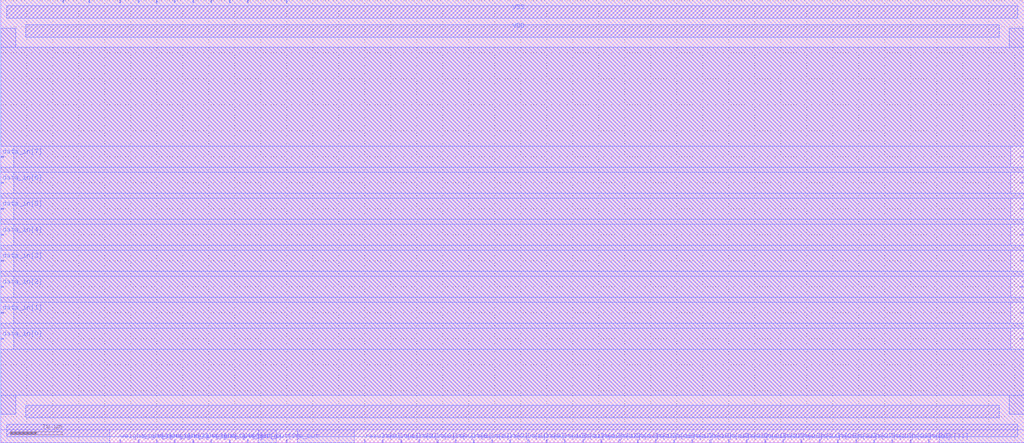
<source format=lef>
##
## LEF for PtnCells ;
## created by Innovus v19.10-p002_1 on Sat Apr  9 14:54:28 2022
##

VERSION 5.7 ;

BUSBITCHARS "[]" ;
DIVIDERCHAR "/" ;

MACRO PE
  CLASS BLOCK ;
  SIZE 196.800000 BY 85.200000 ;
  FOREIGN PE 0.000000 0.000000 ;
  ORIGIN 0 0 ;
  SYMMETRY X Y R90 ;
  PIN clk
    DIRECTION INPUT ;
    USE SIGNAL ;
    PORT
      LAYER M3 ;
        RECT 11.900000 84.600000 12.100000 85.200000 ;
    END
  END clk
  PIN rst_n
    DIRECTION INPUT ;
    USE SIGNAL ;
    PORT
      LAYER M3 ;
        RECT 16.900000 84.600000 17.100000 85.200000 ;
    END
  END rst_n
  PIN fire_in
    DIRECTION INPUT ;
    USE SIGNAL ;
    PORT
      LAYER M3 ;
        RECT 54.900000 84.600000 55.100000 85.200000 ;
    END
  END fire_in
  PIN weight_in[7]
    DIRECTION INPUT ;
    USE SIGNAL ;
    PORT
      LAYER M3 ;
        RECT 47.400000 84.600000 47.600000 85.200000 ;
    END
  END weight_in[7]
  PIN weight_in[6]
    DIRECTION INPUT ;
    USE SIGNAL ;
    PORT
      LAYER M3 ;
        RECT 43.900000 84.600000 44.100000 85.200000 ;
    END
  END weight_in[6]
  PIN weight_in[5]
    DIRECTION INPUT ;
    USE SIGNAL ;
    PORT
      LAYER M3 ;
        RECT 40.400000 84.600000 40.600000 85.200000 ;
    END
  END weight_in[5]
  PIN weight_in[4]
    DIRECTION INPUT ;
    USE SIGNAL ;
    PORT
      LAYER M3 ;
        RECT 36.900000 84.600000 37.100000 85.200000 ;
    END
  END weight_in[4]
  PIN weight_in[3]
    DIRECTION INPUT ;
    USE SIGNAL ;
    PORT
      LAYER M3 ;
        RECT 33.400000 84.600000 33.600000 85.200000 ;
    END
  END weight_in[3]
  PIN weight_in[2]
    DIRECTION INPUT ;
    USE SIGNAL ;
    PORT
      LAYER M3 ;
        RECT 29.900000 84.600000 30.100000 85.200000 ;
    END
  END weight_in[2]
  PIN weight_in[1]
    DIRECTION INPUT ;
    USE SIGNAL ;
    PORT
      LAYER M3 ;
        RECT 26.400000 84.600000 26.600000 85.200000 ;
    END
  END weight_in[1]
  PIN weight_in[0]
    DIRECTION INPUT ;
    USE SIGNAL ;
    PORT
      LAYER M3 ;
        RECT 22.900000 84.600000 23.100000 85.200000 ;
    END
  END weight_in[0]
  PIN data_in[7]
    DIRECTION INPUT ;
    USE SIGNAL ;
    PORT
      LAYER M3 ;
        RECT 0.000000 54.900000 0.600000 55.100000 ;
    END
  END data_in[7]
  PIN data_in[6]
    DIRECTION INPUT ;
    USE SIGNAL ;
    PORT
      LAYER M3 ;
        RECT 0.000000 49.900000 0.600000 50.100000 ;
    END
  END data_in[6]
  PIN data_in[5]
    DIRECTION INPUT ;
    USE SIGNAL ;
    PORT
      LAYER M3 ;
        RECT 0.000000 44.900000 0.600000 45.100000 ;
    END
  END data_in[5]
  PIN data_in[4]
    DIRECTION INPUT ;
    USE SIGNAL ;
    PORT
      LAYER M3 ;
        RECT 0.000000 39.900000 0.600000 40.100000 ;
    END
  END data_in[4]
  PIN data_in[3]
    DIRECTION INPUT ;
    USE SIGNAL ;
    PORT
      LAYER M3 ;
        RECT 0.000000 34.900000 0.600000 35.100000 ;
    END
  END data_in[3]
  PIN data_in[2]
    DIRECTION INPUT ;
    USE SIGNAL ;
    PORT
      LAYER M3 ;
        RECT 0.000000 29.900000 0.600000 30.100000 ;
    END
  END data_in[2]
  PIN data_in[1]
    DIRECTION INPUT ;
    USE SIGNAL ;
    PORT
      LAYER M3 ;
        RECT 0.000000 24.900000 0.600000 25.100000 ;
    END
  END data_in[1]
  PIN data_in[0]
    DIRECTION INPUT ;
    USE SIGNAL ;
    PORT
      LAYER M3 ;
        RECT 0.000000 19.900000 0.600000 20.100000 ;
    END
  END data_in[0]
  PIN fire_out
    DIRECTION OUTPUT ;
    USE SIGNAL ;
    PORT
      LAYER M2 ;
        RECT 54.900000 0.000000 55.100000 0.600000 ;
    END
  END fire_out
  PIN weight_out[7]
    DIRECTION OUTPUT ;
    USE SIGNAL ;
    PORT
      LAYER M2 ;
        RECT 47.400000 0.000000 47.600000 0.600000 ;
    END
  END weight_out[7]
  PIN weight_out[6]
    DIRECTION OUTPUT ;
    USE SIGNAL ;
    PORT
      LAYER M2 ;
        RECT 43.900000 0.000000 44.100000 0.600000 ;
    END
  END weight_out[6]
  PIN weight_out[5]
    DIRECTION OUTPUT ;
    USE SIGNAL ;
    PORT
      LAYER M2 ;
        RECT 40.400000 0.000000 40.600000 0.600000 ;
    END
  END weight_out[5]
  PIN weight_out[4]
    DIRECTION OUTPUT ;
    USE SIGNAL ;
    PORT
      LAYER M2 ;
        RECT 36.900000 0.000000 37.100000 0.600000 ;
    END
  END weight_out[4]
  PIN weight_out[3]
    DIRECTION OUTPUT ;
    USE SIGNAL ;
    PORT
      LAYER M2 ;
        RECT 33.400000 0.000000 33.600000 0.600000 ;
    END
  END weight_out[3]
  PIN weight_out[2]
    DIRECTION OUTPUT ;
    USE SIGNAL ;
    PORT
      LAYER M2 ;
        RECT 29.900000 0.000000 30.100000 0.600000 ;
    END
  END weight_out[2]
  PIN weight_out[1]
    DIRECTION OUTPUT ;
    USE SIGNAL ;
    PORT
      LAYER M2 ;
        RECT 26.400000 0.000000 26.600000 0.600000 ;
    END
  END weight_out[1]
  PIN weight_out[0]
    DIRECTION OUTPUT ;
    USE SIGNAL ;
    PORT
      LAYER M2 ;
        RECT 22.900000 0.000000 23.100000 0.600000 ;
    END
  END weight_out[0]
  PIN data_out[7]
    DIRECTION OUTPUT ;
    USE SIGNAL ;
    PORT
      LAYER M2 ;
        RECT 196.200000 54.900000 196.800000 55.100000 ;
    END
  END data_out[7]
  PIN data_out[6]
    DIRECTION OUTPUT ;
    USE SIGNAL ;
    PORT
      LAYER M2 ;
        RECT 196.200000 49.900000 196.800000 50.100000 ;
    END
  END data_out[6]
  PIN data_out[5]
    DIRECTION OUTPUT ;
    USE SIGNAL ;
    PORT
      LAYER M2 ;
        RECT 196.200000 44.900000 196.800000 45.100000 ;
    END
  END data_out[5]
  PIN data_out[4]
    DIRECTION OUTPUT ;
    USE SIGNAL ;
    PORT
      LAYER M2 ;
        RECT 196.200000 39.900000 196.800000 40.100000 ;
    END
  END data_out[4]
  PIN data_out[3]
    DIRECTION OUTPUT ;
    USE SIGNAL ;
    PORT
      LAYER M2 ;
        RECT 196.200000 34.900000 196.800000 35.100000 ;
    END
  END data_out[3]
  PIN data_out[2]
    DIRECTION OUTPUT ;
    USE SIGNAL ;
    PORT
      LAYER M2 ;
        RECT 196.200000 29.900000 196.800000 30.100000 ;
    END
  END data_out[2]
  PIN data_out[1]
    DIRECTION OUTPUT ;
    USE SIGNAL ;
    PORT
      LAYER M2 ;
        RECT 196.200000 24.900000 196.800000 25.100000 ;
    END
  END data_out[1]
  PIN data_out[0]
    DIRECTION OUTPUT ;
    USE SIGNAL ;
    PORT
      LAYER M2 ;
        RECT 196.200000 19.900000 196.800000 20.100000 ;
    END
  END data_out[0]
  PIN result[31]
    DIRECTION OUTPUT ;
    USE SIGNAL ;
    PORT
      LAYER M2 ;
        RECT 178.400000 0.000000 178.600000 0.600000 ;
    END
  END result[31]
  PIN result[30]
    DIRECTION OUTPUT ;
    USE SIGNAL ;
    PORT
      LAYER M2 ;
        RECT 174.900000 0.000000 175.100000 0.600000 ;
    END
  END result[30]
  PIN result[29]
    DIRECTION OUTPUT ;
    USE SIGNAL ;
    PORT
      LAYER M2 ;
        RECT 171.400000 0.000000 171.600000 0.600000 ;
    END
  END result[29]
  PIN result[28]
    DIRECTION OUTPUT ;
    USE SIGNAL ;
    PORT
      LAYER M2 ;
        RECT 167.900000 0.000000 168.100000 0.600000 ;
    END
  END result[28]
  PIN result[27]
    DIRECTION OUTPUT ;
    USE SIGNAL ;
    PORT
      LAYER M2 ;
        RECT 164.400000 0.000000 164.600000 0.600000 ;
    END
  END result[27]
  PIN result[26]
    DIRECTION OUTPUT ;
    USE SIGNAL ;
    PORT
      LAYER M2 ;
        RECT 160.900000 0.000000 161.100000 0.600000 ;
    END
  END result[26]
  PIN result[25]
    DIRECTION OUTPUT ;
    USE SIGNAL ;
    PORT
      LAYER M2 ;
        RECT 157.400000 0.000000 157.600000 0.600000 ;
    END
  END result[25]
  PIN result[24]
    DIRECTION OUTPUT ;
    USE SIGNAL ;
    PORT
      LAYER M2 ;
        RECT 153.900000 0.000000 154.100000 0.600000 ;
    END
  END result[24]
  PIN result[23]
    DIRECTION OUTPUT ;
    USE SIGNAL ;
    PORT
      LAYER M2 ;
        RECT 150.400000 0.000000 150.600000 0.600000 ;
    END
  END result[23]
  PIN result[22]
    DIRECTION OUTPUT ;
    USE SIGNAL ;
    PORT
      LAYER M2 ;
        RECT 146.900000 0.000000 147.100000 0.600000 ;
    END
  END result[22]
  PIN result[21]
    DIRECTION OUTPUT ;
    USE SIGNAL ;
    PORT
      LAYER M2 ;
        RECT 143.400000 0.000000 143.600000 0.600000 ;
    END
  END result[21]
  PIN result[20]
    DIRECTION OUTPUT ;
    USE SIGNAL ;
    PORT
      LAYER M2 ;
        RECT 139.900000 0.000000 140.100000 0.600000 ;
    END
  END result[20]
  PIN result[19]
    DIRECTION OUTPUT ;
    USE SIGNAL ;
    PORT
      LAYER M2 ;
        RECT 136.400000 0.000000 136.600000 0.600000 ;
    END
  END result[19]
  PIN result[18]
    DIRECTION OUTPUT ;
    USE SIGNAL ;
    PORT
      LAYER M2 ;
        RECT 132.900000 0.000000 133.100000 0.600000 ;
    END
  END result[18]
  PIN result[17]
    DIRECTION OUTPUT ;
    USE SIGNAL ;
    PORT
      LAYER M2 ;
        RECT 129.400000 0.000000 129.600000 0.600000 ;
    END
  END result[17]
  PIN result[16]
    DIRECTION OUTPUT ;
    USE SIGNAL ;
    PORT
      LAYER M2 ;
        RECT 125.900000 0.000000 126.100000 0.600000 ;
    END
  END result[16]
  PIN result[15]
    DIRECTION OUTPUT ;
    USE SIGNAL ;
    PORT
      LAYER M2 ;
        RECT 122.400000 0.000000 122.600000 0.600000 ;
    END
  END result[15]
  PIN result[14]
    DIRECTION OUTPUT ;
    USE SIGNAL ;
    PORT
      LAYER M2 ;
        RECT 118.900000 0.000000 119.100000 0.600000 ;
    END
  END result[14]
  PIN result[13]
    DIRECTION OUTPUT ;
    USE SIGNAL ;
    PORT
      LAYER M2 ;
        RECT 115.400000 0.000000 115.600000 0.600000 ;
    END
  END result[13]
  PIN result[12]
    DIRECTION OUTPUT ;
    USE SIGNAL ;
    PORT
      LAYER M2 ;
        RECT 111.900000 0.000000 112.100000 0.600000 ;
    END
  END result[12]
  PIN result[11]
    DIRECTION OUTPUT ;
    USE SIGNAL ;
    PORT
      LAYER M2 ;
        RECT 108.400000 0.000000 108.600000 0.600000 ;
    END
  END result[11]
  PIN result[10]
    DIRECTION OUTPUT ;
    USE SIGNAL ;
    PORT
      LAYER M2 ;
        RECT 104.900000 0.000000 105.100000 0.600000 ;
    END
  END result[10]
  PIN result[9]
    DIRECTION OUTPUT ;
    USE SIGNAL ;
    PORT
      LAYER M2 ;
        RECT 101.400000 0.000000 101.600000 0.600000 ;
    END
  END result[9]
  PIN result[8]
    DIRECTION OUTPUT ;
    USE SIGNAL ;
    PORT
      LAYER M2 ;
        RECT 97.900000 0.000000 98.100000 0.600000 ;
    END
  END result[8]
  PIN result[7]
    DIRECTION OUTPUT ;
    USE SIGNAL ;
    PORT
      LAYER M2 ;
        RECT 94.400000 0.000000 94.600000 0.600000 ;
    END
  END result[7]
  PIN result[6]
    DIRECTION OUTPUT ;
    USE SIGNAL ;
    PORT
      LAYER M2 ;
        RECT 90.900000 0.000000 91.100000 0.600000 ;
    END
  END result[6]
  PIN result[5]
    DIRECTION OUTPUT ;
    USE SIGNAL ;
    PORT
      LAYER M2 ;
        RECT 87.400000 0.000000 87.600000 0.600000 ;
    END
  END result[5]
  PIN result[4]
    DIRECTION OUTPUT ;
    USE SIGNAL ;
    PORT
      LAYER M2 ;
        RECT 83.900000 0.000000 84.100000 0.600000 ;
    END
  END result[4]
  PIN result[3]
    DIRECTION OUTPUT ;
    USE SIGNAL ;
    PORT
      LAYER M2 ;
        RECT 80.400000 0.000000 80.600000 0.600000 ;
    END
  END result[3]
  PIN result[2]
    DIRECTION OUTPUT ;
    USE SIGNAL ;
    PORT
      LAYER M2 ;
        RECT 76.900000 0.000000 77.100000 0.600000 ;
    END
  END result[2]
  PIN result[1]
    DIRECTION OUTPUT ;
    USE SIGNAL ;
    PORT
      LAYER M2 ;
        RECT 73.400000 0.000000 73.600000 0.600000 ;
    END
  END result[1]
  PIN result[0]
    DIRECTION OUTPUT ;
    USE SIGNAL ;
    PORT
      LAYER M2 ;
        RECT 69.900000 0.000000 70.100000 0.600000 ;
    END
  END result[0]
  PIN VSS
    DIRECTION INOUT ;
    USE GROUND ;

# P/G power stripe data as pin
    PORT
      LAYER M3 ;
        RECT 1.200000 1.200000 195.600000 3.600000 ;
        RECT 1.200000 81.600000 195.600000 84.000000 ;
    END
# end of P/G power stripe data as pin

  END VSS
  PIN VDD
    DIRECTION INOUT ;
    USE POWER ;

# P/G power stripe data as pin
    PORT
      LAYER M3 ;
        RECT 4.800000 4.800000 192.000000 7.200000 ;
        RECT 4.800000 78.000000 192.000000 80.400000 ;
    END
# end of P/G power stripe data as pin

  END VDD
  OBS
    LAYER M1 ;
      RECT 0.000000 0.000000 196.800000 85.200000 ;
    LAYER M2 ;
      RECT 0.000000 57.020000 196.800000 85.200000 ;
      RECT 0.000000 52.980000 194.280000 57.020000 ;
      RECT 0.000000 52.020000 196.800000 52.980000 ;
      RECT 0.000000 47.980000 194.280000 52.020000 ;
      RECT 0.000000 47.020000 196.800000 47.980000 ;
      RECT 0.000000 42.980000 194.280000 47.020000 ;
      RECT 0.000000 42.020000 196.800000 42.980000 ;
      RECT 0.000000 37.980000 194.280000 42.020000 ;
      RECT 0.000000 37.020000 196.800000 37.980000 ;
      RECT 0.000000 32.980000 194.280000 37.020000 ;
      RECT 0.000000 32.020000 196.800000 32.980000 ;
      RECT 0.000000 27.980000 194.280000 32.020000 ;
      RECT 0.000000 27.020000 196.800000 27.980000 ;
      RECT 0.000000 22.980000 194.280000 27.020000 ;
      RECT 0.000000 22.020000 196.800000 22.980000 ;
      RECT 0.000000 17.980000 194.280000 22.020000 ;
      RECT 0.000000 2.520000 196.800000 17.980000 ;
      RECT 180.520000 0.000000 196.800000 2.520000 ;
      RECT 57.020000 0.000000 67.980000 2.520000 ;
      RECT 49.520000 0.000000 52.980000 2.520000 ;
      RECT 0.000000 0.000000 20.980000 2.520000 ;
    LAYER M3 ;
      RECT 193.920000 76.080000 196.800000 79.680000 ;
      RECT 0.000000 76.080000 2.880000 79.680000 ;
      RECT 0.000000 57.020000 196.800000 76.080000 ;
      RECT 2.520000 52.980000 196.800000 57.020000 ;
      RECT 0.000000 52.020000 196.800000 52.980000 ;
      RECT 2.520000 47.980000 196.800000 52.020000 ;
      RECT 0.000000 47.020000 196.800000 47.980000 ;
      RECT 2.520000 42.980000 196.800000 47.020000 ;
      RECT 0.000000 42.020000 196.800000 42.980000 ;
      RECT 2.520000 37.980000 196.800000 42.020000 ;
      RECT 0.000000 37.020000 196.800000 37.980000 ;
      RECT 2.520000 32.980000 196.800000 37.020000 ;
      RECT 0.000000 32.020000 196.800000 32.980000 ;
      RECT 2.520000 27.980000 196.800000 32.020000 ;
      RECT 0.000000 27.020000 196.800000 27.980000 ;
      RECT 2.520000 22.980000 196.800000 27.020000 ;
      RECT 0.000000 22.020000 196.800000 22.980000 ;
      RECT 2.520000 17.980000 196.800000 22.020000 ;
      RECT 0.000000 9.120000 196.800000 17.980000 ;
      RECT 193.920000 5.520000 196.800000 9.120000 ;
      RECT 0.000000 5.520000 2.880000 9.120000 ;
  END
END PE

END LIBRARY

</source>
